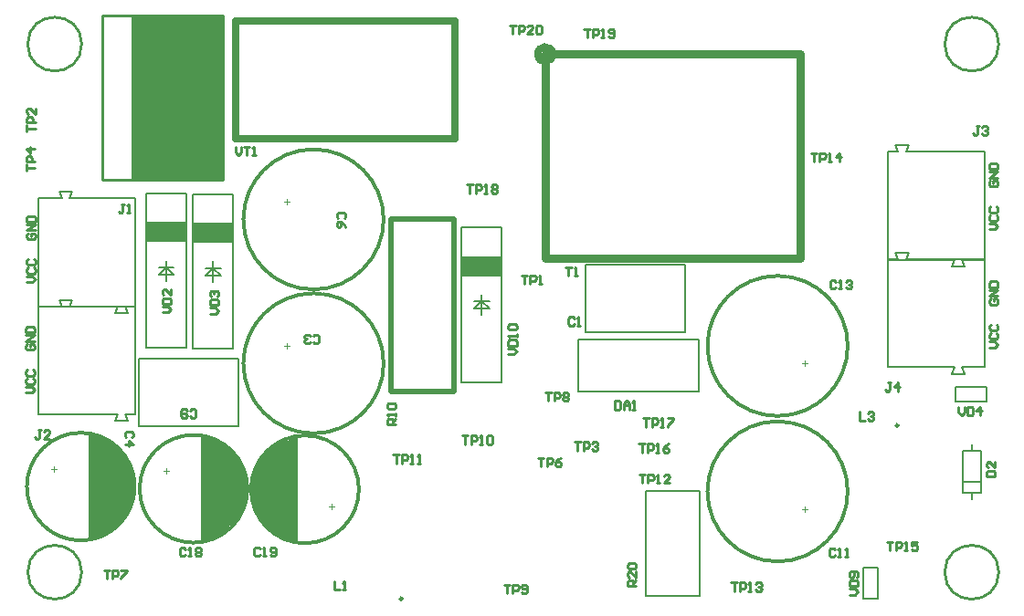
<source format=gbr>
%TF.GenerationSoftware,Altium Limited,Altium Designer,21.6.4 (81)*%
G04 Layer_Color=65535*
%FSLAX43Y43*%
%MOMM*%
%TF.SameCoordinates,100B324C-8CEB-4A13-B8D1-7C84912F4746*%
%TF.FilePolarity,Positive*%
%TF.FileFunction,Legend,Top*%
%TF.Part,Single*%
G01*
G75*
%TA.AperFunction,NonConductor*%
%ADD77C,0.200*%
%ADD78C,0.250*%
%ADD79C,0.254*%
%ADD105C,0.300*%
%ADD106C,0.700*%
%ADD107C,0.100*%
%ADD108C,0.500*%
%ADD109C,0.762*%
%ADD110C,0.635*%
%ADD111R,0.800X0.400*%
%ADD112R,0.700X0.300*%
%ADD113R,0.800X0.500*%
%ADD114R,0.200X0.300*%
%ADD115R,1.000X0.300*%
%ADD116R,1.100X0.700*%
%ADD117R,1.100X0.900*%
%ADD118R,1.400X0.800*%
%ADD119R,1.300X0.400*%
%ADD120R,0.400X0.400*%
%ADD121R,0.400X0.200*%
%ADD122R,0.100X0.300*%
%ADD123R,0.600X0.400*%
%ADD124R,0.400X0.800*%
%ADD125R,0.600X0.400*%
%ADD126R,0.300X0.500*%
%ADD127R,0.900X0.600*%
%ADD128R,1.000X0.600*%
%ADD129R,1.500X0.200*%
%ADD130R,1.200X0.400*%
%ADD131R,0.500X1.900*%
%ADD132R,1.400X3.400*%
%ADD133R,0.500X0.700*%
%ADD134R,0.900X6.900*%
%ADD135R,0.600X0.500*%
%ADD136R,1.000X0.500*%
%ADD137R,0.700X0.700*%
%ADD138R,2.000X8.300*%
%ADD139R,0.600X0.500*%
%ADD140R,3.650X1.850*%
%ADD141R,8.382X15.240*%
D77*
X79319Y586D02*
Y3461D01*
X77969Y586D02*
Y3461D01*
Y586D02*
X79319D01*
X77969Y3461D02*
X79319D01*
X51499Y19774D02*
Y24574D01*
X62699D01*
Y19774D02*
Y24574D01*
X51499Y19774D02*
X62699D01*
X40009Y19786D02*
Y35811D01*
X34134D02*
X40009D01*
X34134Y19786D02*
X40009D01*
X34134D02*
Y35811D01*
X20043Y16519D02*
Y22794D01*
X10818D02*
X20043D01*
X10818Y16519D02*
Y22794D01*
Y16519D02*
X20043D01*
X42570Y28138D02*
Y28738D01*
X41870Y28138D02*
X42570D01*
Y26838D02*
Y28138D01*
X43270D01*
X41863Y27431D02*
X43278D01*
X41863D02*
X42570Y28138D01*
X43278Y27431D01*
X40720Y34988D02*
X44395D01*
Y20638D02*
Y34988D01*
X40720Y20638D02*
Y34988D01*
Y20638D02*
X44395D01*
X8600Y17071D02*
X8850Y17671D01*
X8600Y17071D02*
X9800D01*
X9550Y17671D02*
X9800Y17071D01*
X4350Y27671D02*
X4600Y28271D01*
X3400D02*
X3650Y27671D01*
X3400Y28271D02*
X4600D01*
X4350Y27671D02*
X10500D01*
X1500D02*
X3650D01*
X1500Y17671D02*
Y27671D01*
X10500Y17671D02*
Y27671D01*
X9550Y17671D02*
X10500D01*
X1500D02*
X8850D01*
X17678Y31236D02*
Y31836D01*
X16978Y31236D02*
X17678D01*
Y29936D02*
Y31236D01*
X18378D01*
X16971Y30529D02*
X18386D01*
X16971D02*
X17678Y31236D01*
X18386Y30529D01*
X15828Y38086D02*
X19503D01*
Y23736D02*
Y38086D01*
X15828Y23736D02*
Y38086D01*
Y23736D02*
X19503D01*
X8600Y27075D02*
X8850Y27675D01*
X8600Y27075D02*
X9800D01*
X9550Y27675D02*
X9800Y27075D01*
X4350Y37675D02*
X4600Y38275D01*
X3400D02*
X3650Y37675D01*
X3400Y38275D02*
X4600D01*
X4350Y37675D02*
X10500D01*
X1500D02*
X3650D01*
X1500Y27675D02*
Y37675D01*
X10500Y27675D02*
Y37675D01*
X9550Y27675D02*
X10500D01*
X1500D02*
X8850D01*
X11485Y23813D02*
X15160D01*
X11485D02*
Y38163D01*
X15160Y23813D02*
Y38163D01*
X11485D02*
X15160D01*
X13335Y31313D02*
X14042Y30605D01*
X12628D02*
X13335Y31313D01*
X12628Y30605D02*
X14042D01*
X13335Y31313D02*
X14035D01*
X13335Y30013D02*
Y31313D01*
X12635D02*
X13335D01*
Y31913D01*
X57801Y10549D02*
X62761D01*
Y769D02*
Y10549D01*
X57801Y769D02*
X62761D01*
X57801D02*
Y10549D01*
X87186Y10369D02*
Y14269D01*
X88886D01*
Y10369D02*
Y14269D01*
X87186Y10369D02*
X88886D01*
X88036Y9794D02*
Y10369D01*
Y14269D02*
Y14844D01*
X87256Y11344D02*
X88816D01*
X89351Y18799D02*
Y20149D01*
X86476Y18799D02*
Y20149D01*
X89351D01*
X86476Y18799D02*
X89351D01*
X81884Y41997D02*
X89234D01*
X80234D02*
X81184D01*
X80234Y31997D02*
Y41997D01*
X89234Y31997D02*
Y41997D01*
X87084Y31997D02*
X89234D01*
X80234D02*
X86384D01*
X86134Y31397D02*
X87334D01*
X87085Y31997D02*
X87334Y31397D01*
X86134D02*
X86384Y31997D01*
X80935Y42597D02*
X81184Y41997D01*
X80935Y42597D02*
X82135D01*
X81885Y41997D02*
X82135Y42597D01*
X81884Y32015D02*
X89234D01*
X80234D02*
X81184D01*
X80234Y22015D02*
Y32015D01*
X89234Y22015D02*
Y32015D01*
X87084Y22015D02*
X89234D01*
X80234D02*
X86384D01*
X86134Y21415D02*
X87334D01*
X87085Y22015D02*
X87334Y21415D01*
X86134D02*
X86384Y22015D01*
X80935Y32615D02*
X81184Y32015D01*
X80935Y32615D02*
X82135D01*
X81885Y32015D02*
X82135Y32615D01*
X61411Y25248D02*
Y31523D01*
X52186D02*
X61411D01*
X52186Y25248D02*
Y31523D01*
Y25248D02*
X61411D01*
D78*
X35228Y552D02*
G03*
X35228Y552I-125J0D01*
G01*
X81202Y16633D02*
G03*
X81202Y16633I-125J0D01*
G01*
D79*
X90500Y3000D02*
G03*
X90500Y3000I-2500J0D01*
G01*
X5500Y52000D02*
G03*
X5500Y52000I-2500J0D01*
G01*
X90500D02*
G03*
X90500Y52000I-2500J0D01*
G01*
X5500Y3000D02*
G03*
X5500Y3000I-2500J0D01*
G01*
X25394Y5893D02*
Y15493D01*
X16668Y5944D02*
Y15544D01*
X7417Y39395D02*
Y54635D01*
X18593Y39395D02*
Y54635D01*
X7417Y39395D02*
X18593D01*
X7417Y54635D02*
X18593D01*
X10211Y39395D02*
Y54635D01*
X18593Y39395D02*
Y54635D01*
X10211Y39395D02*
X18593D01*
X10211Y54635D02*
X18593D01*
X6217Y6147D02*
Y15747D01*
X394Y29921D02*
X927D01*
X1194Y30188D01*
X927Y30454D01*
X394D01*
X527Y31254D02*
X394Y31121D01*
Y30854D01*
X527Y30721D01*
X1061D01*
X1194Y30854D01*
Y31121D01*
X1061Y31254D01*
X527Y32054D02*
X394Y31921D01*
Y31654D01*
X527Y31521D01*
X1061D01*
X1194Y31654D01*
Y31921D01*
X1061Y32054D01*
X527Y34453D02*
X394Y34320D01*
Y34053D01*
X527Y33920D01*
X1061D01*
X1194Y34053D01*
Y34320D01*
X1061Y34453D01*
X794D01*
Y34186D01*
X1194Y34720D02*
X394D01*
X1194Y35253D01*
X394D01*
Y35519D02*
X1194D01*
Y35919D01*
X1061Y36053D01*
X527D01*
X394Y35919D01*
Y35519D01*
X318Y19644D02*
X851D01*
X1118Y19911D01*
X851Y20178D01*
X318D01*
X451Y20977D02*
X318Y20844D01*
Y20578D01*
X451Y20444D01*
X984D01*
X1118Y20578D01*
Y20844D01*
X984Y20977D01*
X451Y21777D02*
X318Y21644D01*
Y21377D01*
X451Y21244D01*
X984D01*
X1118Y21377D01*
Y21644D01*
X984Y21777D01*
X451Y24176D02*
X318Y24043D01*
Y23776D01*
X451Y23643D01*
X984D01*
X1118Y23776D01*
Y24043D01*
X984Y24176D01*
X718D01*
Y23910D01*
X1118Y24443D02*
X318D01*
X1118Y24976D01*
X318D01*
Y25243D02*
X1118D01*
Y25643D01*
X984Y25776D01*
X451D01*
X318Y25643D01*
Y25243D01*
X89624Y23851D02*
X90157D01*
X90424Y24117D01*
X90157Y24384D01*
X89624D01*
X89758Y25184D02*
X89624Y25050D01*
Y24784D01*
X89758Y24650D01*
X90291D01*
X90424Y24784D01*
Y25050D01*
X90291Y25184D01*
X89758Y25983D02*
X89624Y25850D01*
Y25583D01*
X89758Y25450D01*
X90291D01*
X90424Y25583D01*
Y25850D01*
X90291Y25983D01*
X89758Y28382D02*
X89624Y28249D01*
Y27983D01*
X89758Y27849D01*
X90291D01*
X90424Y27983D01*
Y28249D01*
X90291Y28382D01*
X90024D01*
Y28116D01*
X90424Y28649D02*
X89624D01*
X90424Y29182D01*
X89624D01*
Y29449D02*
X90424D01*
Y29849D01*
X90291Y29982D01*
X89758D01*
X89624Y29849D01*
Y29449D01*
X89599Y34803D02*
X90132D01*
X90399Y35069D01*
X90132Y35336D01*
X89599D01*
X89732Y36135D02*
X89599Y36002D01*
Y35736D01*
X89732Y35602D01*
X90265D01*
X90399Y35736D01*
Y36002D01*
X90265Y36135D01*
X89732Y36935D02*
X89599Y36802D01*
Y36535D01*
X89732Y36402D01*
X90265D01*
X90399Y36535D01*
Y36802D01*
X90265Y36935D01*
X89732Y39334D02*
X89599Y39201D01*
Y38935D01*
X89732Y38801D01*
X90265D01*
X90399Y38935D01*
Y39201D01*
X90265Y39334D01*
X89999D01*
Y39068D01*
X90399Y39601D02*
X89599D01*
X90399Y40134D01*
X89599D01*
Y40401D02*
X90399D01*
Y40801D01*
X90265Y40934D01*
X89732D01*
X89599Y40801D01*
Y40401D01*
X75403Y29959D02*
X75270Y30092D01*
X75003D01*
X74870Y29959D01*
Y29426D01*
X75003Y29293D01*
X75270D01*
X75403Y29426D01*
X75670Y29293D02*
X75936D01*
X75803D01*
Y30092D01*
X75670Y29959D01*
X76336D02*
X76470Y30092D01*
X76736D01*
X76869Y29959D01*
Y29826D01*
X76736Y29693D01*
X76603D01*
X76736D01*
X76869Y29559D01*
Y29426D01*
X76736Y29293D01*
X76470D01*
X76336Y29426D01*
X45015Y23233D02*
X45548D01*
X45815Y23499D01*
X45548Y23766D01*
X45015D01*
Y24033D02*
X45815D01*
Y24432D01*
X45682Y24566D01*
X45149D01*
X45015Y24432D01*
Y24033D01*
X45815Y24832D02*
Y25099D01*
Y24966D01*
X45015D01*
X45149Y24832D01*
Y25499D02*
X45015Y25632D01*
Y25899D01*
X45149Y26032D01*
X45682D01*
X45815Y25899D01*
Y25632D01*
X45682Y25499D01*
X45149D01*
X45194Y53740D02*
X45727D01*
X45460D01*
Y52940D01*
X45993D02*
Y53740D01*
X46393D01*
X46527Y53607D01*
Y53340D01*
X46393Y53207D01*
X45993D01*
X47326Y52940D02*
X46793D01*
X47326Y53473D01*
Y53607D01*
X47193Y53740D01*
X46926D01*
X46793Y53607D01*
X47593D02*
X47726Y53740D01*
X47993D01*
X48126Y53607D01*
Y53073D01*
X47993Y52940D01*
X47726D01*
X47593Y53073D01*
Y53607D01*
X52067Y53405D02*
X52601D01*
X52334D01*
Y52605D01*
X52867D02*
Y53405D01*
X53267D01*
X53400Y53271D01*
Y53005D01*
X53267Y52871D01*
X52867D01*
X53667Y52605D02*
X53934D01*
X53800D01*
Y53405D01*
X53667Y53271D01*
X54333Y52738D02*
X54467Y52605D01*
X54733D01*
X54867Y52738D01*
Y53271D01*
X54733Y53405D01*
X54467D01*
X54333Y53271D01*
Y53138D01*
X54467Y53005D01*
X54867D01*
X41222Y38970D02*
X41755D01*
X41488D01*
Y38171D01*
X42021D02*
Y38970D01*
X42421D01*
X42554Y38837D01*
Y38571D01*
X42421Y38437D01*
X42021D01*
X42821Y38171D02*
X43088D01*
X42954D01*
Y38970D01*
X42821Y38837D01*
X43487D02*
X43621Y38970D01*
X43887D01*
X44021Y38837D01*
Y38704D01*
X43887Y38571D01*
X44021Y38437D01*
Y38304D01*
X43887Y38171D01*
X43621D01*
X43487Y38304D01*
Y38437D01*
X43621Y38571D01*
X43487Y38704D01*
Y38837D01*
X43621Y38571D02*
X43887D01*
X22028Y5169D02*
X21894Y5302D01*
X21628D01*
X21494Y5169D01*
Y4636D01*
X21628Y4502D01*
X21894D01*
X22028Y4636D01*
X22294Y4502D02*
X22561D01*
X22428D01*
Y5302D01*
X22294Y5169D01*
X22961Y4636D02*
X23094Y4502D01*
X23361D01*
X23494Y4636D01*
Y5169D01*
X23361Y5302D01*
X23094D01*
X22961Y5169D01*
Y5035D01*
X23094Y4902D01*
X23494D01*
X15104Y5153D02*
X14970Y5286D01*
X14704D01*
X14571Y5153D01*
Y4620D01*
X14704Y4486D01*
X14970D01*
X15104Y4620D01*
X15370Y4486D02*
X15637D01*
X15504D01*
Y5286D01*
X15370Y5153D01*
X16037D02*
X16170Y5286D01*
X16437D01*
X16570Y5153D01*
Y5020D01*
X16437Y4886D01*
X16570Y4753D01*
Y4620D01*
X16437Y4486D01*
X16170D01*
X16037Y4620D01*
Y4753D01*
X16170Y4886D01*
X16037Y5020D01*
Y5153D01*
X16170Y4886D02*
X16437D01*
X10154Y15500D02*
X10287Y15634D01*
Y15900D01*
X10154Y16033D01*
X9621D01*
X9487Y15900D01*
Y15634D01*
X9621Y15500D01*
X9487Y14834D02*
X10287D01*
X9887Y15234D01*
Y14701D01*
X86781Y18356D02*
Y17823D01*
X87048Y17556D01*
X87315Y17823D01*
Y18356D01*
X87581D02*
Y17556D01*
X87981D01*
X88114Y17690D01*
Y18223D01*
X87981Y18356D01*
X87581D01*
X88781Y17556D02*
Y18356D01*
X88381Y17956D01*
X88914D01*
X17380Y26988D02*
X17913D01*
X18180Y27254D01*
X17913Y27521D01*
X17380D01*
Y27788D02*
X18180D01*
Y28187D01*
X18047Y28321D01*
X17513D01*
X17380Y28187D01*
Y27788D01*
X17513Y28587D02*
X17380Y28721D01*
Y28987D01*
X17513Y29120D01*
X17647D01*
X17780Y28987D01*
Y28854D01*
Y28987D01*
X17913Y29120D01*
X18047D01*
X18180Y28987D01*
Y28721D01*
X18047Y28587D01*
X12986Y27102D02*
X13519D01*
X13786Y27369D01*
X13519Y27635D01*
X12986D01*
Y27902D02*
X13786D01*
Y28302D01*
X13652Y28435D01*
X13119D01*
X12986Y28302D01*
Y27902D01*
X13786Y29235D02*
Y28702D01*
X13253Y29235D01*
X13119D01*
X12986Y29102D01*
Y28835D01*
X13119Y28702D01*
X80512Y20593D02*
X80245D01*
X80378D01*
Y19926D01*
X80245Y19793D01*
X80112D01*
X79979Y19926D01*
X81178Y19793D02*
Y20593D01*
X80778Y20193D01*
X81311D01*
X88665Y44382D02*
X88398D01*
X88532D01*
Y43715D01*
X88398Y43582D01*
X88265D01*
X88132Y43715D01*
X88932Y44248D02*
X89065Y44382D01*
X89331D01*
X89465Y44248D01*
Y44115D01*
X89331Y43982D01*
X89198D01*
X89331D01*
X89465Y43848D01*
Y43715D01*
X89331Y43582D01*
X89065D01*
X88932Y43715D01*
X77566Y17875D02*
Y17075D01*
X78099D01*
X78365Y17742D02*
X78499Y17875D01*
X78765D01*
X78898Y17742D01*
Y17608D01*
X78765Y17475D01*
X78632D01*
X78765D01*
X78898Y17342D01*
Y17209D01*
X78765Y17075D01*
X78499D01*
X78365Y17209D01*
X28880Y2157D02*
Y1357D01*
X29413D01*
X29680D02*
X29946D01*
X29813D01*
Y2157D01*
X29680Y2024D01*
X9449Y37150D02*
X9182D01*
X9316D01*
Y36483D01*
X9182Y36350D01*
X9049D01*
X8916Y36483D01*
X9715Y36350D02*
X9982D01*
X9849D01*
Y37150D01*
X9715Y37017D01*
X1721Y16173D02*
X1454D01*
X1588D01*
Y15507D01*
X1454Y15374D01*
X1321D01*
X1188Y15507D01*
X2521Y15374D02*
X1987D01*
X2521Y15907D01*
Y16040D01*
X2387Y16173D01*
X2121D01*
X1987Y16040D01*
X353Y40285D02*
Y40818D01*
Y40551D01*
X1153D01*
Y41085D02*
X353D01*
Y41484D01*
X486Y41618D01*
X753D01*
X886Y41484D01*
Y41085D01*
X1153Y42284D02*
X353D01*
X753Y41884D01*
Y42418D01*
X65701Y2040D02*
X66235D01*
X65968D01*
Y1240D01*
X66501D02*
Y2040D01*
X66901D01*
X67034Y1907D01*
Y1640D01*
X66901Y1507D01*
X66501D01*
X67301Y1240D02*
X67567D01*
X67434D01*
Y2040D01*
X67301Y1907D01*
X67967D02*
X68101Y2040D01*
X68367D01*
X68500Y1907D01*
Y1774D01*
X68367Y1640D01*
X68234D01*
X68367D01*
X68500Y1507D01*
Y1374D01*
X68367Y1240D01*
X68101D01*
X67967Y1374D01*
X46266Y30550D02*
X46799D01*
X46533D01*
Y29750D01*
X47066D02*
Y30550D01*
X47466D01*
X47599Y30416D01*
Y30150D01*
X47466Y30017D01*
X47066D01*
X47866Y29750D02*
X48132D01*
X47999D01*
Y30550D01*
X47866Y30416D01*
X57554Y17295D02*
X58087D01*
X57820D01*
Y16496D01*
X58354D02*
Y17295D01*
X58753D01*
X58887Y17162D01*
Y16896D01*
X58753Y16762D01*
X58354D01*
X59153Y16496D02*
X59420D01*
X59287D01*
Y17295D01*
X59153Y17162D01*
X59820Y17295D02*
X60353D01*
Y17162D01*
X59820Y16629D01*
Y16496D01*
X422Y43917D02*
Y44450D01*
Y44184D01*
X1222D01*
Y44717D02*
X422D01*
Y45117D01*
X556Y45250D01*
X822D01*
X955Y45117D01*
Y44717D01*
X1222Y46050D02*
Y45517D01*
X689Y46050D01*
X556D01*
X422Y45916D01*
Y45650D01*
X556Y45517D01*
X57147Y14903D02*
X57681D01*
X57414D01*
Y14104D01*
X57947D02*
Y14903D01*
X58347D01*
X58480Y14770D01*
Y14503D01*
X58347Y14370D01*
X57947D01*
X58747Y14104D02*
X59014D01*
X58880D01*
Y14903D01*
X58747Y14770D01*
X59947Y14903D02*
X59680Y14770D01*
X59413Y14503D01*
Y14237D01*
X59547Y14104D01*
X59813D01*
X59947Y14237D01*
Y14370D01*
X59813Y14503D01*
X59413D01*
X44652Y1850D02*
X45185D01*
X44918D01*
Y1050D01*
X45451D02*
Y1850D01*
X45851D01*
X45984Y1716D01*
Y1450D01*
X45851Y1317D01*
X45451D01*
X46251Y1183D02*
X46384Y1050D01*
X46651D01*
X46784Y1183D01*
Y1716D01*
X46651Y1850D01*
X46384D01*
X46251Y1716D01*
Y1583D01*
X46384Y1450D01*
X46784D01*
X48499Y19678D02*
X49032D01*
X48765D01*
Y18879D01*
X49299D02*
Y19678D01*
X49699D01*
X49832Y19545D01*
Y19279D01*
X49699Y19145D01*
X49299D01*
X50098Y19545D02*
X50232Y19678D01*
X50498D01*
X50632Y19545D01*
Y19412D01*
X50498Y19279D01*
X50632Y19145D01*
Y19012D01*
X50498Y18879D01*
X50232D01*
X50098Y19012D01*
Y19145D01*
X50232Y19279D01*
X50098Y19412D01*
Y19545D01*
X50232Y19279D02*
X50498D01*
X73099Y41898D02*
X73632D01*
X73365D01*
Y41099D01*
X73898D02*
Y41898D01*
X74298D01*
X74432Y41765D01*
Y41499D01*
X74298Y41365D01*
X73898D01*
X74698Y41099D02*
X74965D01*
X74831D01*
Y41898D01*
X74698Y41765D01*
X75764Y41099D02*
Y41898D01*
X75365Y41499D01*
X75898D01*
X34372Y13909D02*
X34905D01*
X34638D01*
Y13109D01*
X35171D02*
Y13909D01*
X35571D01*
X35704Y13775D01*
Y13509D01*
X35571Y13376D01*
X35171D01*
X35971Y13109D02*
X36238D01*
X36104D01*
Y13909D01*
X35971Y13775D01*
X36638Y13109D02*
X36904D01*
X36771D01*
Y13909D01*
X36638Y13775D01*
X80150Y5828D02*
X80684D01*
X80417D01*
Y5028D01*
X80950D02*
Y5828D01*
X81350D01*
X81483Y5694D01*
Y5428D01*
X81350Y5294D01*
X80950D01*
X81750Y5028D02*
X82017D01*
X81883D01*
Y5828D01*
X81750Y5694D01*
X82950Y5828D02*
X82416D01*
Y5428D01*
X82683Y5561D01*
X82816D01*
X82950Y5428D01*
Y5161D01*
X82816Y5028D01*
X82550D01*
X82416Y5161D01*
X7544Y3190D02*
X8077D01*
X7811D01*
Y2390D01*
X8344D02*
Y3190D01*
X8744D01*
X8877Y3057D01*
Y2790D01*
X8744Y2657D01*
X8344D01*
X9144Y3190D02*
X9677D01*
Y3057D01*
X9144Y2524D01*
Y2390D01*
X40780Y15693D02*
X41314D01*
X41047D01*
Y14894D01*
X41580D02*
Y15693D01*
X41980D01*
X42113Y15560D01*
Y15293D01*
X41980Y15160D01*
X41580D01*
X42380Y14894D02*
X42646D01*
X42513D01*
Y15693D01*
X42380Y15560D01*
X43046D02*
X43180Y15693D01*
X43446D01*
X43579Y15560D01*
Y15027D01*
X43446Y14894D01*
X43180D01*
X43046Y15027D01*
Y15560D01*
X57186Y12066D02*
X57719D01*
X57452D01*
Y11267D01*
X57986D02*
Y12066D01*
X58385D01*
X58519Y11933D01*
Y11667D01*
X58385Y11533D01*
X57986D01*
X58785Y11267D02*
X59052D01*
X58919D01*
Y12066D01*
X58785Y11933D01*
X59985Y11267D02*
X59452D01*
X59985Y11800D01*
Y11933D01*
X59852Y12066D01*
X59585D01*
X59452Y11933D01*
X47803Y13608D02*
X48336D01*
X48070D01*
Y12808D01*
X48603D02*
Y13608D01*
X49003D01*
X49136Y13475D01*
Y13208D01*
X49003Y13075D01*
X48603D01*
X49936Y13608D02*
X49669Y13475D01*
X49403Y13208D01*
Y12941D01*
X49536Y12808D01*
X49803D01*
X49936Y12941D01*
Y13075D01*
X49803Y13208D01*
X49403D01*
X51210Y15076D02*
X51743D01*
X51476D01*
Y14276D01*
X52009D02*
Y15076D01*
X52409D01*
X52542Y14943D01*
Y14676D01*
X52409Y14543D01*
X52009D01*
X52809Y14943D02*
X52942Y15076D01*
X53209D01*
X53342Y14943D01*
Y14810D01*
X53209Y14676D01*
X53076D01*
X53209D01*
X53342Y14543D01*
Y14410D01*
X53209Y14276D01*
X52942D01*
X52809Y14410D01*
X34614Y16704D02*
X33814D01*
Y17104D01*
X33947Y17237D01*
X34214D01*
X34347Y17104D01*
Y16704D01*
Y16971D02*
X34614Y17237D01*
Y17504D02*
Y17770D01*
Y17637D01*
X33814D01*
X33947Y17504D01*
Y18170D02*
X33814Y18304D01*
Y18570D01*
X33947Y18703D01*
X34480D01*
X34614Y18570D01*
Y18304D01*
X34480Y18170D01*
X33947D01*
X56889Y1723D02*
X56090D01*
Y2123D01*
X56223Y2256D01*
X56490D01*
X56623Y2123D01*
Y1723D01*
Y1990D02*
X56889Y2256D01*
Y3056D02*
Y2523D01*
X56356Y3056D01*
X56223D01*
X56090Y2923D01*
Y2656D01*
X56223Y2523D01*
Y3323D02*
X56090Y3456D01*
Y3722D01*
X56223Y3856D01*
X56756D01*
X56889Y3722D01*
Y3456D01*
X56756Y3323D01*
X56223D01*
X89364Y11907D02*
X90163D01*
Y12306D01*
X90030Y12440D01*
X89497D01*
X89364Y12306D01*
Y11907D01*
X90163Y13239D02*
Y12706D01*
X89630Y13239D01*
X89497D01*
X89364Y13106D01*
Y12840D01*
X89497Y12706D01*
X50366Y31312D02*
X50899D01*
X50633D01*
Y30512D01*
X51166D02*
X51432D01*
X51299D01*
Y31312D01*
X51166Y31178D01*
X75330Y5107D02*
X75197Y5240D01*
X74930D01*
X74797Y5107D01*
Y4573D01*
X74930Y4440D01*
X75197D01*
X75330Y4573D01*
X75597Y4440D02*
X75863D01*
X75730D01*
Y5240D01*
X75597Y5107D01*
X76263Y4440D02*
X76530D01*
X76396D01*
Y5240D01*
X76263Y5107D01*
X13290Y50967D02*
X13956D01*
X14090Y51101D01*
Y51367D01*
X13956Y51501D01*
X13290D01*
X14090Y51767D02*
Y52034D01*
Y51901D01*
X13290D01*
X13423Y51767D01*
X29818Y35820D02*
X29951Y35954D01*
Y36220D01*
X29818Y36353D01*
X29284D01*
X29151Y36220D01*
Y35954D01*
X29284Y35820D01*
X29951Y35021D02*
X29818Y35287D01*
X29551Y35554D01*
X29284D01*
X29151Y35420D01*
Y35154D01*
X29284Y35021D01*
X29418D01*
X29551Y35154D01*
Y35554D01*
X26947Y24378D02*
X27080Y24245D01*
X27347D01*
X27480Y24378D01*
Y24911D01*
X27347Y25044D01*
X27080D01*
X26947Y24911D01*
X26681Y24378D02*
X26547Y24245D01*
X26281D01*
X26147Y24378D01*
Y24511D01*
X26281Y24645D01*
X26414D01*
X26281D01*
X26147Y24778D01*
Y24911D01*
X26281Y25044D01*
X26547D01*
X26681Y24911D01*
X51156Y26556D02*
X51022Y26689D01*
X50756D01*
X50622Y26556D01*
Y26022D01*
X50756Y25889D01*
X51022D01*
X51156Y26022D01*
X51422Y25889D02*
X51689D01*
X51555D01*
Y26689D01*
X51422Y26556D01*
X19738Y42488D02*
Y41955D01*
X20005Y41688D01*
X20272Y41955D01*
Y42488D01*
X20538D02*
X21071D01*
X20805D01*
Y41688D01*
X21338D02*
X21605D01*
X21471D01*
Y42488D01*
X21338Y42354D01*
X76656Y924D02*
X77189D01*
X77456Y1190D01*
X77189Y1457D01*
X76656D01*
Y1723D02*
X77456D01*
Y2123D01*
X77323Y2257D01*
X76790D01*
X76656Y2123D01*
Y1723D01*
X77323Y2523D02*
X77456Y2657D01*
Y2923D01*
X77323Y3056D01*
X76790D01*
X76656Y2923D01*
Y2657D01*
X76790Y2523D01*
X76923D01*
X77056Y2657D01*
Y3056D01*
X54922Y18897D02*
Y18098D01*
X55321D01*
X55455Y18231D01*
Y18764D01*
X55321Y18897D01*
X54922D01*
X55721Y18098D02*
Y18631D01*
X55988Y18897D01*
X56254Y18631D01*
Y18098D01*
Y18497D01*
X55721D01*
X56521Y18098D02*
X56788D01*
X56654D01*
Y18897D01*
X56521Y18764D01*
X15535Y17472D02*
X15668Y17339D01*
X15935D01*
X16068Y17472D01*
Y18005D01*
X15935Y18139D01*
X15668D01*
X15535Y18005D01*
X15268D02*
X15135Y18139D01*
X14868D01*
X14735Y18005D01*
Y17472D01*
X14868Y17339D01*
X15135D01*
X15268Y17472D01*
Y17605D01*
X15135Y17739D01*
X14735D01*
D105*
X31194Y10693D02*
G03*
X31194Y10693I-5000J0D01*
G01*
X76500Y10500D02*
G03*
X76500Y10500I-6500J0D01*
G01*
Y24000D02*
G03*
X76500Y24000I-6500J0D01*
G01*
X33486Y22384D02*
G03*
X33486Y22384I-6500J0D01*
G01*
X20868Y10744D02*
G03*
X20868Y10744I-5000J0D01*
G01*
X10417Y10947D02*
G03*
X10417Y10947I-5000J0D01*
G01*
X33486Y35738D02*
G03*
X33486Y35738I-6500J0D01*
G01*
D106*
X49163Y51054D02*
G03*
X49163Y51054I-700J0D01*
G01*
D107*
X28444Y9068D02*
X28944D01*
X28694Y8818D02*
Y9318D01*
X72500Y8625D02*
Y9125D01*
X72250Y8875D02*
X72750D01*
X72250Y22375D02*
X72750D01*
X72500Y22125D02*
Y22625D01*
X24486Y23759D02*
Y24259D01*
X24236Y24009D02*
X24736D01*
X13368Y12119D02*
Y12619D01*
X13118Y12369D02*
X13618D01*
X2917Y12322D02*
Y12822D01*
X2667Y12572D02*
X3167D01*
X24236Y37363D02*
X24736D01*
X24486Y37113D02*
Y37613D01*
D108*
X34134Y19786D02*
X40009D01*
X34134Y35811D02*
X40009D01*
X34134Y19786D02*
Y35811D01*
X40009Y19786D02*
Y35811D01*
D109*
X48463Y32131D02*
Y51054D01*
X72085Y32131D02*
Y51054D01*
X48463D02*
X72085D01*
X48463Y32131D02*
X72085D01*
D110*
X19808Y43231D02*
X40128D01*
X19808Y54153D02*
X40128D01*
X19808Y43231D02*
Y54153D01*
X40128Y43231D02*
Y54153D01*
D111*
X24994Y15294D02*
D03*
X17068Y6144D02*
D03*
X6617Y6347D02*
D03*
D112*
X23844Y14843D02*
D03*
X18218Y6594D02*
D03*
X7767Y6797D02*
D03*
D113*
X23194Y14243D02*
D03*
X18868Y7194D02*
D03*
X8417Y7397D02*
D03*
D114*
X22194Y13343D02*
D03*
X19869Y8094D02*
D03*
X9419Y8296D02*
D03*
D115*
X22094Y12444D02*
D03*
X19968Y8994D02*
D03*
X9517Y9197D02*
D03*
D116*
X22344Y12944D02*
D03*
X19718Y8494D02*
D03*
X9267Y8697D02*
D03*
D117*
X22744Y13443D02*
D03*
X19318Y7994D02*
D03*
X8867Y8197D02*
D03*
D118*
X24594Y14893D02*
D03*
X17468Y6544D02*
D03*
X7017Y6747D02*
D03*
D119*
X22244Y12593D02*
D03*
X19818Y8844D02*
D03*
X9367Y9047D02*
D03*
D120*
X22494Y7594D02*
D03*
X19568Y13844D02*
D03*
X9117Y14047D02*
D03*
D121*
X23794Y6493D02*
D03*
X18268Y14944D02*
D03*
X7817Y15147D02*
D03*
D122*
X22644Y7644D02*
D03*
X19418Y13794D02*
D03*
X8967Y13997D02*
D03*
D123*
X22994Y7194D02*
D03*
X19068Y14244D02*
D03*
X8617Y14447D02*
D03*
D124*
X23294Y7793D02*
D03*
X18768Y13644D02*
D03*
X8317Y13847D02*
D03*
D125*
X24194Y6293D02*
D03*
X17868Y15144D02*
D03*
X7417Y15347D02*
D03*
D126*
X23344Y7143D02*
D03*
X18718Y14294D02*
D03*
X8267Y14497D02*
D03*
D127*
X22444Y7993D02*
D03*
X19619Y13444D02*
D03*
X9169Y13646D02*
D03*
D128*
X22194Y8493D02*
D03*
X19868Y12944D02*
D03*
X9417Y13147D02*
D03*
D129*
X22544Y8594D02*
D03*
X19518Y12844D02*
D03*
X9067Y13047D02*
D03*
D130*
X22194Y8893D02*
D03*
X19868Y12544D02*
D03*
X9417Y12747D02*
D03*
D131*
X21544Y10744D02*
D03*
X20518Y10694D02*
D03*
X10067Y10897D02*
D03*
D132*
X22094Y10694D02*
D03*
X19968Y10744D02*
D03*
X9517Y10947D02*
D03*
D133*
X23244Y7044D02*
D03*
X18818Y14394D02*
D03*
X8367Y14597D02*
D03*
D134*
X22944Y10743D02*
D03*
X19118Y10694D02*
D03*
X8667Y10897D02*
D03*
D135*
X24594Y6244D02*
D03*
X17468Y15194D02*
D03*
X7017Y15397D02*
D03*
D136*
X24294Y6644D02*
D03*
X17768Y14794D02*
D03*
X7317Y14997D02*
D03*
D137*
X25044Y6243D02*
D03*
X17018Y15194D02*
D03*
X6567Y15397D02*
D03*
D138*
X24294Y10643D02*
D03*
X17768Y10794D02*
D03*
X7317Y10997D02*
D03*
D139*
X23394Y14444D02*
D03*
X18667Y6995D02*
D03*
X8214Y7199D02*
D03*
D140*
X42545Y31388D02*
D03*
X17653Y34486D02*
D03*
X13310Y34563D02*
D03*
D141*
X14402Y47015D02*
D03*
%TF.MD5,f4627f1a948209922c94efa0bb4d2cea*%
M02*

</source>
